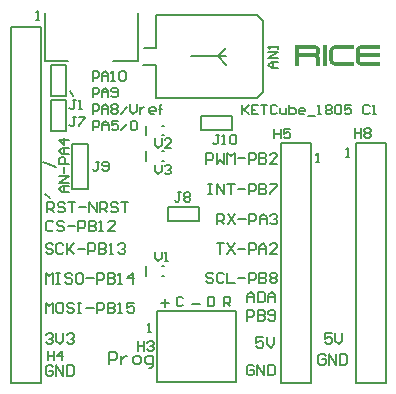
<source format=gbr>
%TF.GenerationSoftware,Altium Limited,Altium Designer,18.1.6 (161)*%
G04 Layer_Color=65535*
%FSLAX26Y26*%
%MOIN*%
%TF.FileFunction,Legend,Top*%
%TF.Part,Single*%
G01*
G75*
%TA.AperFunction,NonConductor*%
%ADD23C,0.007874*%
%ADD53C,0.005906*%
%ADD54C,0.008000*%
G36*
X1230605Y1115580D02*
X1169597D01*
X1169105Y1115482D01*
X1168514Y1115383D01*
X1167727Y1115088D01*
X1166940Y1114793D01*
X1166054Y1114301D01*
X1165169Y1113612D01*
X1165070Y1113514D01*
X1164874Y1113317D01*
X1164480Y1112923D01*
X1164086Y1112333D01*
X1163693Y1111742D01*
X1163299Y1110955D01*
X1163102Y1110168D01*
X1163004Y1109282D01*
Y1099836D01*
X1230605D01*
Y1087142D01*
X1163004D01*
Y1077598D01*
Y1077499D01*
Y1077302D01*
X1163102Y1077007D01*
Y1076614D01*
X1163398Y1075630D01*
X1163890Y1074547D01*
X1164283Y1073957D01*
X1164775Y1073465D01*
X1165267Y1072874D01*
X1165956Y1072481D01*
X1166842Y1072087D01*
X1167727Y1071792D01*
X1168810Y1071595D01*
X1170089Y1071497D01*
X1230605D01*
Y1059098D01*
X1169302D01*
X1168711Y1059197D01*
X1168022Y1059295D01*
X1167137Y1059394D01*
X1166251Y1059492D01*
X1165267Y1059787D01*
X1163004Y1060378D01*
X1160642Y1061263D01*
X1159462Y1061854D01*
X1158182Y1062542D01*
X1157100Y1063330D01*
X1155919Y1064215D01*
X1155821Y1064314D01*
X1155624Y1064412D01*
X1155329Y1064707D01*
X1155034Y1065199D01*
X1154542Y1065691D01*
X1154050Y1066282D01*
X1153558Y1067069D01*
X1152967Y1067856D01*
X1151885Y1069824D01*
X1150901Y1072087D01*
X1150606Y1073366D01*
X1150310Y1074646D01*
X1150114Y1076122D01*
X1150015Y1077598D01*
Y1109282D01*
Y1109381D01*
Y1109578D01*
Y1110070D01*
X1150114Y1110562D01*
X1150212Y1111250D01*
X1150310Y1112038D01*
X1150802Y1113809D01*
X1151491Y1115875D01*
X1151983Y1116958D01*
X1152574Y1118040D01*
X1153262Y1119122D01*
X1154148Y1120303D01*
X1155034Y1121287D01*
X1156116Y1122370D01*
X1156214Y1122468D01*
X1156411Y1122566D01*
X1156706Y1122862D01*
X1157198Y1123255D01*
X1157789Y1123649D01*
X1158478Y1124141D01*
X1159265Y1124633D01*
X1160150Y1125125D01*
X1162217Y1126109D01*
X1164578Y1126994D01*
X1167235Y1127683D01*
X1168613Y1127782D01*
X1170089Y1127880D01*
X1230605D01*
Y1115580D01*
D02*
G37*
G36*
X1143127D02*
X1082119D01*
X1081627Y1115482D01*
X1081037Y1115383D01*
X1080250Y1115088D01*
X1079462Y1114793D01*
X1078577Y1114301D01*
X1077691Y1113612D01*
X1077593Y1113514D01*
X1077396Y1113317D01*
X1077002Y1112923D01*
X1076609Y1112333D01*
X1076215Y1111742D01*
X1075822Y1110955D01*
X1075625Y1110168D01*
X1075526Y1109282D01*
Y1077598D01*
Y1077499D01*
Y1077302D01*
X1075625Y1077007D01*
Y1076614D01*
X1075920Y1075630D01*
X1076412Y1074547D01*
X1076806Y1073957D01*
X1077298Y1073465D01*
X1077790Y1072874D01*
X1078478Y1072481D01*
X1079364Y1072087D01*
X1080250Y1071792D01*
X1081332Y1071595D01*
X1082611Y1071497D01*
X1143127D01*
Y1059098D01*
X1081824D01*
X1081234Y1059197D01*
X1080545Y1059295D01*
X1079659Y1059394D01*
X1078774Y1059492D01*
X1077790Y1059787D01*
X1075526Y1060378D01*
X1073165Y1061263D01*
X1071984Y1061854D01*
X1070705Y1062542D01*
X1069622Y1063330D01*
X1068442Y1064215D01*
X1068343Y1064314D01*
X1068146Y1064412D01*
X1067851Y1064707D01*
X1067556Y1065199D01*
X1067064Y1065691D01*
X1066572Y1066282D01*
X1066080Y1067069D01*
X1065490Y1067856D01*
X1064407Y1069824D01*
X1063423Y1072087D01*
X1063128Y1073366D01*
X1062833Y1074646D01*
X1062636Y1076122D01*
X1062538Y1077598D01*
Y1109282D01*
Y1109381D01*
Y1109578D01*
Y1110070D01*
X1062636Y1110562D01*
X1062734Y1111250D01*
X1062833Y1112038D01*
X1063325Y1113809D01*
X1064014Y1115875D01*
X1064506Y1116958D01*
X1065096Y1118040D01*
X1065785Y1119122D01*
X1066670Y1120303D01*
X1067556Y1121287D01*
X1068638Y1122370D01*
X1068737Y1122468D01*
X1068934Y1122566D01*
X1069229Y1122862D01*
X1069721Y1123255D01*
X1070311Y1123649D01*
X1071000Y1124141D01*
X1071787Y1124633D01*
X1072673Y1125125D01*
X1074739Y1126109D01*
X1077101Y1126994D01*
X1079758Y1127683D01*
X1081135Y1127782D01*
X1082611Y1127880D01*
X1143127D01*
Y1115580D01*
D02*
G37*
G36*
X1054370Y1059098D02*
X1041382D01*
Y1127880D01*
X1054370D01*
Y1059098D01*
D02*
G37*
G36*
X1013239Y1127683D02*
X1014026Y1127585D01*
X1014814Y1127486D01*
X1015798Y1127388D01*
X1016782Y1127093D01*
X1019045Y1126502D01*
X1021406Y1125617D01*
X1022686Y1125026D01*
X1023866Y1124338D01*
X1025047Y1123452D01*
X1026130Y1122566D01*
X1026228Y1122468D01*
X1026425Y1122370D01*
X1026720Y1122074D01*
X1027015Y1121582D01*
X1027507Y1121090D01*
X1027999Y1120500D01*
X1028491Y1119811D01*
X1029082Y1118926D01*
X1030164Y1117056D01*
X1031148Y1114694D01*
X1031443Y1113415D01*
X1031738Y1112136D01*
X1031935Y1110660D01*
X1032034Y1109184D01*
Y1105543D01*
Y1105445D01*
Y1105248D01*
Y1104854D01*
X1031935Y1104362D01*
X1031837Y1103772D01*
X1031738Y1103083D01*
X1031443Y1101509D01*
X1030754Y1099639D01*
X1029869Y1097573D01*
X1029278Y1096490D01*
X1028590Y1095506D01*
X1027802Y1094424D01*
X1026917Y1093440D01*
X1027015Y1093342D01*
X1027114Y1093243D01*
X1027409Y1092948D01*
X1027704Y1092456D01*
X1028098Y1091964D01*
X1028491Y1091374D01*
X1029475Y1089898D01*
X1030459Y1088126D01*
X1031246Y1086060D01*
X1031837Y1083895D01*
X1031935Y1082616D01*
X1032034Y1081435D01*
Y1059098D01*
X1019045D01*
Y1081337D01*
Y1081435D01*
Y1081829D01*
X1018946Y1082321D01*
X1018750Y1082911D01*
X1018553Y1083600D01*
X1018159Y1084289D01*
X1017569Y1084978D01*
X1016880Y1085568D01*
X1016782Y1085666D01*
X1016486Y1085765D01*
X1016093Y1086060D01*
X1015404Y1086355D01*
X1014715Y1086552D01*
X1013830Y1086847D01*
X1012944Y1086946D01*
X1011862Y1087044D01*
X964826D01*
Y1099738D01*
X1012550D01*
X1012944Y1099836D01*
X1014125Y1100033D01*
X1015502Y1100426D01*
X1016782Y1101115D01*
X1017372Y1101607D01*
X1017962Y1102198D01*
X1018356Y1102788D01*
X1018750Y1103575D01*
X1018946Y1104461D01*
X1019045Y1105445D01*
Y1109184D01*
Y1109282D01*
Y1109479D01*
Y1109774D01*
X1018946Y1110168D01*
X1018651Y1111152D01*
X1018159Y1112333D01*
X1017766Y1112923D01*
X1017274Y1113514D01*
X1016683Y1114006D01*
X1015994Y1114498D01*
X1015207Y1114891D01*
X1014223Y1115186D01*
X1013141Y1115383D01*
X1011862Y1115482D01*
X960890D01*
Y1059098D01*
X948000D01*
Y1127782D01*
X1012649D01*
X1013239Y1127683D01*
D02*
G37*
D23*
X504809Y773423D02*
X512683D01*
X504809Y741927D02*
X512683D01*
X449691D02*
Y773423D01*
X424898Y1075000D02*
Y1235000D01*
X112898Y1075000D02*
Y1235000D01*
X504809Y390748D02*
X512683D01*
X504809Y359252D02*
X512683D01*
X449691D02*
Y390748D01*
X504809Y859423D02*
X512683D01*
X504809Y827927D02*
X512683D01*
X449691D02*
Y859423D01*
X199000Y975000D02*
X207000Y957000D01*
X107000Y737000D02*
X151000Y720209D01*
X115000Y630000D02*
X132000Y618000D01*
X112898Y1075000D02*
X190000D01*
X342008Y1074178D02*
X424898Y1075000D01*
X787874Y270277D02*
Y293892D01*
X799681Y305699D01*
X811488Y293892D01*
Y270277D01*
Y287988D01*
X787874D01*
X823296Y305699D02*
Y270277D01*
X841006D01*
X846910Y276181D01*
Y299796D01*
X841006Y305699D01*
X823296D01*
X858717Y270277D02*
Y293892D01*
X870524Y305699D01*
X882332Y293892D01*
Y270277D01*
Y287988D01*
X858717D01*
X787874Y208874D02*
Y244296D01*
X805585D01*
X811488Y238392D01*
Y226585D01*
X805585Y220681D01*
X787874D01*
X823296Y244296D02*
Y208874D01*
X841006D01*
X846910Y214778D01*
Y220681D01*
X841006Y226585D01*
X823296D01*
X841006D01*
X846910Y232488D01*
Y238392D01*
X841006Y244296D01*
X823296D01*
X858717Y214778D02*
X864621Y208874D01*
X876428D01*
X882332Y214778D01*
Y238392D01*
X876428Y244296D01*
X864621D01*
X858717Y238392D01*
Y232488D01*
X864621Y226585D01*
X882332D01*
X1148000Y850486D02*
Y819000D01*
Y834743D01*
X1168991D01*
Y850486D01*
Y819000D01*
X1179486Y845238D02*
X1184734Y850486D01*
X1195229D01*
X1200476Y845238D01*
Y839991D01*
X1195229Y834743D01*
X1200476Y829495D01*
Y824248D01*
X1195229Y819000D01*
X1184734D01*
X1179486Y824248D01*
Y829495D01*
X1184734Y834743D01*
X1179486Y839991D01*
Y845238D01*
X1184734Y834743D02*
X1195229D01*
X879000Y848486D02*
Y817000D01*
Y832743D01*
X899991D01*
Y848486D01*
Y817000D01*
X931476Y848486D02*
X910486D01*
Y832743D01*
X920981Y837991D01*
X926229D01*
X931476Y832743D01*
Y822248D01*
X926229Y817000D01*
X915734D01*
X910486Y822248D01*
X123000Y108486D02*
Y77000D01*
Y92743D01*
X143991D01*
Y108486D01*
Y77000D01*
X170229D02*
Y108486D01*
X154486Y92743D01*
X175476D01*
X424000Y140486D02*
Y109000D01*
Y124743D01*
X444991D01*
Y140486D01*
Y109000D01*
X455486Y135238D02*
X460734Y140486D01*
X471229D01*
X476476Y135238D01*
Y129991D01*
X471229Y124743D01*
X465981D01*
X471229D01*
X476476Y119495D01*
Y114248D01*
X471229Y109000D01*
X460734D01*
X455486Y114248D01*
X457008Y170000D02*
X467503D01*
X462256D01*
Y201486D01*
X457008Y196238D01*
X891000Y1052000D02*
X870009D01*
X859514Y1062495D01*
X870009Y1072991D01*
X891000D01*
X875257D01*
Y1052000D01*
X891000Y1083486D02*
X859514D01*
X891000Y1104476D01*
X859514D01*
X891000Y1114972D02*
Y1125467D01*
Y1120219D01*
X859514D01*
X864762Y1114972D01*
X294991Y739486D02*
X284495D01*
X289743D01*
Y713248D01*
X284495Y708000D01*
X279248D01*
X274000Y713248D01*
X305486D02*
X310734Y708000D01*
X321229D01*
X326476Y713248D01*
Y734238D01*
X321229Y739486D01*
X310734D01*
X305486Y734238D01*
Y728991D01*
X310734Y723743D01*
X326476D01*
X694991Y828486D02*
X684495D01*
X689743D01*
Y802248D01*
X684495Y797000D01*
X679248D01*
X674000Y802248D01*
X705486Y797000D02*
X715981D01*
X710734D01*
Y828486D01*
X705486Y823238D01*
X731724D02*
X736972Y828486D01*
X747467D01*
X752715Y823238D01*
Y802248D01*
X747467Y797000D01*
X736972D01*
X731724Y802248D01*
Y823238D01*
X482000Y728486D02*
Y707495D01*
X492495Y697000D01*
X502991Y707495D01*
Y728486D01*
X513486Y723238D02*
X518734Y728486D01*
X529229D01*
X534476Y723238D01*
Y717991D01*
X529229Y712743D01*
X523981D01*
X529229D01*
X534476Y707495D01*
Y702248D01*
X529229Y697000D01*
X518734D01*
X513486Y702248D01*
X482250Y439486D02*
Y418495D01*
X492745Y408000D01*
X503241Y418495D01*
Y439486D01*
X513736Y408000D02*
X524231D01*
X518984D01*
Y439486D01*
X513736Y434238D01*
X482000Y816486D02*
Y795495D01*
X492495Y785000D01*
X502991Y795495D01*
Y816486D01*
X534476Y785000D02*
X513486D01*
X534476Y805991D01*
Y811238D01*
X529229Y816486D01*
X518734D01*
X513486Y811238D01*
X216990Y945486D02*
X206495D01*
X211743D01*
Y919248D01*
X206495Y914000D01*
X201248D01*
X196000Y919248D01*
X227486Y914000D02*
X237981D01*
X232733D01*
Y945486D01*
X227486Y940238D01*
X216990Y888486D02*
X206495D01*
X211743D01*
Y862248D01*
X206495Y857000D01*
X201248D01*
X196000Y862248D01*
X227486Y888486D02*
X248476D01*
Y883238D01*
X227486Y862248D01*
Y857000D01*
X567991Y636486D02*
X557495D01*
X562743D01*
Y610248D01*
X557495Y605000D01*
X552248D01*
X547000Y610248D01*
X578486Y631238D02*
X583734Y636486D01*
X594229D01*
X599476Y631238D01*
Y625991D01*
X594229Y620743D01*
X599476Y615495D01*
Y610248D01*
X594229Y605000D01*
X583734D01*
X578486Y610248D01*
Y615495D01*
X583734Y620743D01*
X578486Y625991D01*
Y631238D01*
X583734Y620743D02*
X594229D01*
X711000Y257000D02*
Y288486D01*
X726743D01*
X731990Y283238D01*
Y272743D01*
X726743Y267495D01*
X711000D01*
X721495D02*
X731990Y257000D01*
X658500Y288486D02*
Y257000D01*
X674243D01*
X679490Y262248D01*
Y283238D01*
X674243Y288486D01*
X658500D01*
X574490Y283238D02*
X569243Y288486D01*
X558748D01*
X553500Y283238D01*
Y262248D01*
X558748Y257000D01*
X569243D01*
X574490Y262248D01*
X772000Y928486D02*
Y897000D01*
Y907495D01*
X792991Y928486D01*
X777248Y912743D01*
X792991Y897000D01*
X824476Y928486D02*
X803486D01*
Y897000D01*
X824476D01*
X803486Y912743D02*
X813981D01*
X834972Y928486D02*
X855962D01*
X845467D01*
Y897000D01*
X887448Y923238D02*
X882201Y928486D01*
X871705D01*
X866458Y923238D01*
Y902248D01*
X871705Y897000D01*
X882201D01*
X887448Y902248D01*
X897944Y917991D02*
Y902248D01*
X903191Y897000D01*
X918934D01*
Y917991D01*
X929429Y928486D02*
Y897000D01*
X945173D01*
X950420Y902248D01*
Y907495D01*
Y912743D01*
X945173Y917991D01*
X929429D01*
X976658Y897000D02*
X966163D01*
X960915Y902248D01*
Y912743D01*
X966163Y917991D01*
X976658D01*
X981906Y912743D01*
Y907495D01*
X960915D01*
X992401Y891752D02*
X1013392D01*
X1023887Y897000D02*
X1034382D01*
X1029135D01*
Y928486D01*
X1023887Y923238D01*
X1050126D02*
X1055373Y928486D01*
X1065869D01*
X1071116Y923238D01*
Y917991D01*
X1065869Y912743D01*
X1071116Y907495D01*
Y902248D01*
X1065869Y897000D01*
X1055373D01*
X1050126Y902248D01*
Y907495D01*
X1055373Y912743D01*
X1050126Y917991D01*
Y923238D01*
X1055373Y912743D02*
X1065869D01*
X1081611Y923238D02*
X1086859Y928486D01*
X1097354D01*
X1102602Y923238D01*
Y902248D01*
X1097354Y897000D01*
X1086859D01*
X1081611Y902248D01*
Y923238D01*
X1134088Y928486D02*
X1113097D01*
Y912743D01*
X1123593Y917991D01*
X1128840D01*
X1134088Y912743D01*
Y902248D01*
X1128840Y897000D01*
X1118345D01*
X1113097Y902248D01*
X1197060Y923238D02*
X1191812Y928486D01*
X1181317D01*
X1176069Y923238D01*
Y902248D01*
X1181317Y897000D01*
X1191812D01*
X1197060Y902248D01*
X1207555Y897000D02*
X1218050D01*
X1212803D01*
Y928486D01*
X1207555Y923238D01*
X606000Y265679D02*
X632238D01*
X501000Y267679D02*
X527238D01*
X514119Y280798D02*
Y254560D01*
X329000Y65000D02*
Y104357D01*
X348679D01*
X355238Y97798D01*
Y84679D01*
X348679Y78119D01*
X329000D01*
X368357Y91238D02*
Y65000D01*
Y78119D01*
X374917Y84679D01*
X381476Y91238D01*
X388036D01*
X414274Y65000D02*
X427394D01*
X433953Y71560D01*
Y84679D01*
X427394Y91238D01*
X414274D01*
X407715Y84679D01*
Y71560D01*
X414274Y65000D01*
X460191Y51881D02*
X466751D01*
X473310Y58440D01*
Y91238D01*
X453632D01*
X447072Y84679D01*
Y71560D01*
X453632Y65000D01*
X473310D01*
X675614Y363518D02*
X669711Y369422D01*
X657904D01*
X652000Y363518D01*
Y357614D01*
X657904Y351711D01*
X669711D01*
X675614Y345807D01*
Y339904D01*
X669711Y334000D01*
X657904D01*
X652000Y339904D01*
X711036Y363518D02*
X705132Y369422D01*
X693325D01*
X687422Y363518D01*
Y339904D01*
X693325Y334000D01*
X705132D01*
X711036Y339904D01*
X722843Y369422D02*
Y334000D01*
X746458D01*
X758265Y351711D02*
X781879D01*
X793686Y334000D02*
Y369422D01*
X811397D01*
X817301Y363518D01*
Y351711D01*
X811397Y345807D01*
X793686D01*
X829108Y369422D02*
Y334000D01*
X846819D01*
X852722Y339904D01*
Y345807D01*
X846819Y351711D01*
X829108D01*
X846819D01*
X852722Y357614D01*
Y363518D01*
X846819Y369422D01*
X829108D01*
X864530Y363518D02*
X870433Y369422D01*
X882240D01*
X888144Y363518D01*
Y357614D01*
X882240Y351711D01*
X888144Y345807D01*
Y339904D01*
X882240Y334000D01*
X870433D01*
X864530Y339904D01*
Y345807D01*
X870433Y351711D01*
X864530Y357614D01*
Y363518D01*
X870433Y351711D02*
X882240D01*
X121000Y570000D02*
Y605422D01*
X138711D01*
X144614Y599518D01*
Y587711D01*
X138711Y581807D01*
X121000D01*
X132807D02*
X144614Y570000D01*
X180036Y599518D02*
X174132Y605422D01*
X162325D01*
X156422Y599518D01*
Y593614D01*
X162325Y587711D01*
X174132D01*
X180036Y581807D01*
Y575904D01*
X174132Y570000D01*
X162325D01*
X156422Y575904D01*
X191843Y605422D02*
X215458D01*
X203650D01*
Y570000D01*
X227265Y587711D02*
X250879D01*
X262686Y570000D02*
Y605422D01*
X286301Y570000D01*
Y605422D01*
X298108Y570000D02*
Y605422D01*
X315819D01*
X321722Y599518D01*
Y587711D01*
X315819Y581807D01*
X298108D01*
X309915D02*
X321722Y570000D01*
X357144Y599518D02*
X351240Y605422D01*
X339433D01*
X333530Y599518D01*
Y593614D01*
X339433Y587711D01*
X351240D01*
X357144Y581807D01*
Y575904D01*
X351240Y570000D01*
X339433D01*
X333530Y575904D01*
X368951Y605422D02*
X392566D01*
X380758D01*
Y570000D01*
X193000Y638000D02*
X172009D01*
X161514Y648495D01*
X172009Y658991D01*
X193000D01*
X177257D01*
Y638000D01*
X193000Y669486D02*
X161514D01*
X193000Y690476D01*
X161514D01*
X177257Y700972D02*
Y721962D01*
X193000Y732458D02*
X161514D01*
Y748201D01*
X166762Y753448D01*
X177257D01*
X182505Y748201D01*
Y732458D01*
X193000Y763944D02*
X172009D01*
X161514Y774439D01*
X172009Y784934D01*
X193000D01*
X177257D01*
Y763944D01*
X193000Y811173D02*
X161514D01*
X177257Y795429D01*
Y816420D01*
X274000Y844000D02*
Y875486D01*
X289743D01*
X294991Y870238D01*
Y859743D01*
X289743Y854495D01*
X274000D01*
X305486Y844000D02*
Y864991D01*
X315981Y875486D01*
X326476Y864991D01*
Y844000D01*
Y859743D01*
X305486D01*
X357962Y875486D02*
X336972D01*
Y859743D01*
X347467Y864991D01*
X352715D01*
X357962Y859743D01*
Y849248D01*
X352715Y844000D01*
X342219D01*
X336972Y849248D01*
X368458Y844000D02*
X389448Y864991D01*
X399944Y870238D02*
X405191Y875486D01*
X415687D01*
X420934Y870238D01*
Y849248D01*
X415687Y844000D01*
X405191D01*
X399944Y849248D01*
Y870238D01*
X273000Y899000D02*
Y930486D01*
X288743D01*
X293991Y925238D01*
Y914743D01*
X288743Y909495D01*
X273000D01*
X304486Y899000D02*
Y919991D01*
X314981Y930486D01*
X325476Y919991D01*
Y899000D01*
Y914743D01*
X304486D01*
X335972Y925238D02*
X341219Y930486D01*
X351715D01*
X356962Y925238D01*
Y919991D01*
X351715Y914743D01*
X356962Y909495D01*
Y904248D01*
X351715Y899000D01*
X341219D01*
X335972Y904248D01*
Y909495D01*
X341219Y914743D01*
X335972Y919991D01*
Y925238D01*
X341219Y914743D02*
X351715D01*
X367458Y899000D02*
X388448Y919991D01*
X398944Y930486D02*
Y909495D01*
X409439Y899000D01*
X419934Y909495D01*
Y930486D01*
X430430Y919991D02*
Y899000D01*
Y909495D01*
X435677Y914743D01*
X440925Y919991D01*
X446173D01*
X477658Y899000D02*
X467163D01*
X461915Y904248D01*
Y914743D01*
X467163Y919991D01*
X477658D01*
X482906Y914743D01*
Y909495D01*
X461915D01*
X498649Y899000D02*
Y925238D01*
Y914743D01*
X493401D01*
X503897D01*
X498649D01*
Y925238D01*
X503897Y930486D01*
X273000Y954000D02*
Y985486D01*
X288743D01*
X293991Y980238D01*
Y969743D01*
X288743Y964495D01*
X273000D01*
X304486Y954000D02*
Y974991D01*
X314981Y985486D01*
X325476Y974991D01*
Y954000D01*
Y969743D01*
X304486D01*
X335972Y959248D02*
X341219Y954000D01*
X351715D01*
X356962Y959248D01*
Y980238D01*
X351715Y985486D01*
X341219D01*
X335972Y980238D01*
Y974991D01*
X341219Y969743D01*
X356962D01*
X273000Y1009000D02*
Y1040486D01*
X288743D01*
X293991Y1035238D01*
Y1024743D01*
X288743Y1019495D01*
X273000D01*
X304486Y1009000D02*
Y1029991D01*
X314981Y1040486D01*
X325476Y1029991D01*
Y1009000D01*
Y1024743D01*
X304486D01*
X335972Y1009000D02*
X346467D01*
X341219D01*
Y1040486D01*
X335972Y1035238D01*
X362210D02*
X367458Y1040486D01*
X377953D01*
X383201Y1035238D01*
Y1014248D01*
X377953Y1009000D01*
X367458D01*
X362210Y1014248D01*
Y1035238D01*
X142614Y536518D02*
X136711Y542422D01*
X124904D01*
X119000Y536518D01*
Y512904D01*
X124904Y507000D01*
X136711D01*
X142614Y512904D01*
X178036Y536518D02*
X172132Y542422D01*
X160325D01*
X154422Y536518D01*
Y530614D01*
X160325Y524711D01*
X172132D01*
X178036Y518807D01*
Y512904D01*
X172132Y507000D01*
X160325D01*
X154422Y512904D01*
X189843Y524711D02*
X213458D01*
X225265Y507000D02*
Y542422D01*
X242976D01*
X248879Y536518D01*
Y524711D01*
X242976Y518807D01*
X225265D01*
X260686Y542422D02*
Y507000D01*
X278397D01*
X284301Y512904D01*
Y518807D01*
X278397Y524711D01*
X260686D01*
X278397D01*
X284301Y530614D01*
Y536518D01*
X278397Y542422D01*
X260686D01*
X296108Y507000D02*
X307915D01*
X302012D01*
Y542422D01*
X296108Y536518D01*
X349240Y507000D02*
X325626D01*
X349240Y530614D01*
Y536518D01*
X343337Y542422D01*
X331530D01*
X325626Y536518D01*
X140614Y460518D02*
X134711Y466422D01*
X122904D01*
X117000Y460518D01*
Y454614D01*
X122904Y448711D01*
X134711D01*
X140614Y442807D01*
Y436904D01*
X134711Y431000D01*
X122904D01*
X117000Y436904D01*
X176036Y460518D02*
X170132Y466422D01*
X158325D01*
X152422Y460518D01*
Y436904D01*
X158325Y431000D01*
X170132D01*
X176036Y436904D01*
X187843Y466422D02*
Y431000D01*
Y442807D01*
X211458Y466422D01*
X193747Y448711D01*
X211458Y431000D01*
X223265Y448711D02*
X246879D01*
X258686Y431000D02*
Y466422D01*
X276397D01*
X282301Y460518D01*
Y448711D01*
X276397Y442807D01*
X258686D01*
X294108Y466422D02*
Y431000D01*
X311819D01*
X317722Y436904D01*
Y442807D01*
X311819Y448711D01*
X294108D01*
X311819D01*
X317722Y454614D01*
Y460518D01*
X311819Y466422D01*
X294108D01*
X329530Y431000D02*
X341337D01*
X335433D01*
Y466422D01*
X329530Y460518D01*
X359048D02*
X364951Y466422D01*
X376758D01*
X382662Y460518D01*
Y454614D01*
X376758Y448711D01*
X370855D01*
X376758D01*
X382662Y442807D01*
Y436904D01*
X376758Y431000D01*
X364951D01*
X359048Y436904D01*
X117000Y234000D02*
Y269422D01*
X128807Y257614D01*
X140614Y269422D01*
Y234000D01*
X170132Y269422D02*
X158325D01*
X152422Y263518D01*
Y239904D01*
X158325Y234000D01*
X170132D01*
X176036Y239904D01*
Y263518D01*
X170132Y269422D01*
X211458Y263518D02*
X205554Y269422D01*
X193747D01*
X187843Y263518D01*
Y257614D01*
X193747Y251711D01*
X205554D01*
X211458Y245807D01*
Y239904D01*
X205554Y234000D01*
X193747D01*
X187843Y239904D01*
X223265Y269422D02*
X235072D01*
X229168D01*
Y234000D01*
X223265D01*
X235072D01*
X252783Y251711D02*
X276397D01*
X288204Y234000D02*
Y269422D01*
X305915D01*
X311819Y263518D01*
Y251711D01*
X305915Y245807D01*
X288204D01*
X323626Y269422D02*
Y234000D01*
X341337D01*
X347240Y239904D01*
Y245807D01*
X341337Y251711D01*
X323626D01*
X341337D01*
X347240Y257614D01*
Y263518D01*
X341337Y269422D01*
X323626D01*
X359048Y234000D02*
X370855D01*
X364951D01*
Y269422D01*
X359048Y263518D01*
X412180Y269422D02*
X388566D01*
Y251711D01*
X400373Y257614D01*
X406276D01*
X412180Y251711D01*
Y239904D01*
X406276Y234000D01*
X394469D01*
X388566Y239904D01*
X117000Y333000D02*
Y368422D01*
X128807Y356614D01*
X140614Y368422D01*
Y333000D01*
X152422Y368422D02*
X164229D01*
X158325D01*
Y333000D01*
X152422D01*
X164229D01*
X205554Y362518D02*
X199650Y368422D01*
X187843D01*
X181940Y362518D01*
Y356614D01*
X187843Y350711D01*
X199650D01*
X205554Y344807D01*
Y338904D01*
X199650Y333000D01*
X187843D01*
X181940Y338904D01*
X235072Y368422D02*
X223265D01*
X217361Y362518D01*
Y338904D01*
X223265Y333000D01*
X235072D01*
X240976Y338904D01*
Y362518D01*
X235072Y368422D01*
X252783Y350711D02*
X276397D01*
X288204Y333000D02*
Y368422D01*
X305915D01*
X311819Y362518D01*
Y350711D01*
X305915Y344807D01*
X288204D01*
X323626Y368422D02*
Y333000D01*
X341337D01*
X347240Y338904D01*
Y344807D01*
X341337Y350711D01*
X323626D01*
X341337D01*
X347240Y356614D01*
Y362518D01*
X341337Y368422D01*
X323626D01*
X359048Y333000D02*
X370855D01*
X364951D01*
Y368422D01*
X359048Y362518D01*
X406276Y333000D02*
Y368422D01*
X388566Y350711D01*
X412180D01*
X657904Y665429D02*
X669711D01*
X663807D01*
Y630008D01*
X657904D01*
X669711D01*
X687422D02*
Y665429D01*
X711036Y630008D01*
Y665429D01*
X722843D02*
X746458D01*
X734650D01*
Y630008D01*
X758265Y647718D02*
X781879D01*
X793686Y630008D02*
Y665429D01*
X811397D01*
X817301Y659526D01*
Y647718D01*
X811397Y641815D01*
X793686D01*
X829108Y665429D02*
Y630008D01*
X846819D01*
X852722Y635911D01*
Y641815D01*
X846819Y647718D01*
X829108D01*
X846819D01*
X852722Y653622D01*
Y659526D01*
X846819Y665429D01*
X829108D01*
X864530D02*
X888144D01*
Y659526D01*
X864530Y635911D01*
Y630008D01*
X652000Y733000D02*
Y768422D01*
X669711D01*
X675614Y762518D01*
Y750711D01*
X669711Y744807D01*
X652000D01*
X687422Y768422D02*
Y733000D01*
X699229Y744807D01*
X711036Y733000D01*
Y768422D01*
X722843Y733000D02*
Y768422D01*
X734650Y756614D01*
X746458Y768422D01*
Y733000D01*
X758265Y750711D02*
X781879D01*
X793686Y733000D02*
Y768422D01*
X811397D01*
X817301Y762518D01*
Y750711D01*
X811397Y744807D01*
X793686D01*
X829108Y768422D02*
Y733000D01*
X846819D01*
X852722Y738904D01*
Y744807D01*
X846819Y750711D01*
X829108D01*
X846819D01*
X852722Y756614D01*
Y762518D01*
X846819Y768422D01*
X829108D01*
X888144Y733000D02*
X864530D01*
X888144Y756614D01*
Y762518D01*
X882240Y768422D01*
X870433D01*
X864530Y762518D01*
X688422Y530000D02*
Y565422D01*
X706132D01*
X712036Y559518D01*
Y547711D01*
X706132Y541807D01*
X688422D01*
X700229D02*
X712036Y530000D01*
X723843Y565422D02*
X747458Y530000D01*
Y565422D02*
X723843Y530000D01*
X759265Y547711D02*
X782879D01*
X794686Y530000D02*
Y565422D01*
X812397D01*
X818301Y559518D01*
Y547711D01*
X812397Y541807D01*
X794686D01*
X830108Y530000D02*
Y553614D01*
X841915Y565422D01*
X853722Y553614D01*
Y530000D01*
Y547711D01*
X830108D01*
X865530Y559518D02*
X871433Y565422D01*
X883240D01*
X889144Y559518D01*
Y553614D01*
X883240Y547711D01*
X877337D01*
X883240D01*
X889144Y541807D01*
Y535904D01*
X883240Y530000D01*
X871433D01*
X865530Y535904D01*
X687422Y467422D02*
X711036D01*
X699229D01*
Y432000D01*
X722843Y467422D02*
X746458Y432000D01*
Y467422D02*
X722843Y432000D01*
X758265Y449711D02*
X781879D01*
X793686Y432000D02*
Y467422D01*
X811397D01*
X817301Y461518D01*
Y449711D01*
X811397Y443807D01*
X793686D01*
X829108Y432000D02*
Y455614D01*
X840915Y467422D01*
X852722Y455614D01*
Y432000D01*
Y449711D01*
X829108D01*
X888144Y432000D02*
X864530D01*
X888144Y455614D01*
Y461518D01*
X882240Y467422D01*
X870433D01*
X864530Y461518D01*
X810614Y56518D02*
X804711Y62422D01*
X792904D01*
X787000Y56518D01*
Y32904D01*
X792904Y27000D01*
X804711D01*
X810614Y32904D01*
Y44711D01*
X798807D01*
X822422Y27000D02*
Y62422D01*
X846036Y27000D01*
Y62422D01*
X857843D02*
Y27000D01*
X875554D01*
X881458Y32904D01*
Y56518D01*
X875554Y62422D01*
X857843D01*
X1070614Y166422D02*
X1047000D01*
Y148711D01*
X1058807Y154614D01*
X1064711D01*
X1070614Y148711D01*
Y136904D01*
X1064711Y131000D01*
X1052904D01*
X1047000Y136904D01*
X1082422Y166422D02*
Y142807D01*
X1094229Y131000D01*
X1106036Y142807D01*
Y166422D01*
X117000Y160518D02*
X122904Y166422D01*
X134711D01*
X140614Y160518D01*
Y154614D01*
X134711Y148711D01*
X128807D01*
X134711D01*
X140614Y142807D01*
Y136904D01*
X134711Y131000D01*
X122904D01*
X117000Y136904D01*
X152422Y166422D02*
Y142807D01*
X164229Y131000D01*
X176036Y142807D01*
Y166422D01*
X187843Y160518D02*
X193747Y166422D01*
X205554D01*
X211458Y160518D01*
Y154614D01*
X205554Y148711D01*
X199650D01*
X205554D01*
X211458Y142807D01*
Y136904D01*
X205554Y131000D01*
X193747D01*
X187843Y136904D01*
X140614Y54518D02*
X134711Y60422D01*
X122904D01*
X117000Y54518D01*
Y30904D01*
X122904Y25000D01*
X134711D01*
X140614Y30904D01*
Y42711D01*
X128807D01*
X152422Y25000D02*
Y60422D01*
X176036Y25000D01*
Y60422D01*
X187843D02*
Y25000D01*
X205554D01*
X211458Y30904D01*
Y54518D01*
X205554Y60422D01*
X187843D01*
X842614Y153422D02*
X819000D01*
Y135711D01*
X830807Y141614D01*
X836711D01*
X842614Y135711D01*
Y123904D01*
X836711Y118000D01*
X824904D01*
X819000Y123904D01*
X854422Y153422D02*
Y129807D01*
X866229Y118000D01*
X878036Y129807D01*
Y153422D01*
X1049614Y92518D02*
X1043711Y98422D01*
X1031904D01*
X1026000Y92518D01*
Y68904D01*
X1031904Y63000D01*
X1043711D01*
X1049614Y68904D01*
Y80711D01*
X1037807D01*
X1061422Y63000D02*
Y98422D01*
X1085036Y63000D01*
Y98422D01*
X1096843D02*
Y63000D01*
X1114554D01*
X1120458Y68904D01*
Y92518D01*
X1114554Y98422D01*
X1096843D01*
D53*
X750000Y4000D02*
Y242000D01*
X489000D02*
X750000D01*
X489000Y4000D02*
X750000D01*
X489000D02*
Y242000D01*
X203441Y648197D02*
Y797803D01*
X258559D01*
Y648197D02*
Y797803D01*
X203441Y648197D02*
X258559D01*
X635000Y845000D02*
X739000D01*
Y893000D01*
X635000D02*
X739000D01*
X635000Y845000D02*
Y893000D01*
X135000Y958000D02*
Y1062000D01*
Y958000D02*
X183000D01*
Y1062000D01*
X135000D02*
X183000D01*
X135000Y841000D02*
X183000D01*
X135000D02*
Y945000D01*
X183000D01*
Y841000D02*
Y945000D01*
X524000Y541000D02*
X628000D01*
Y589000D01*
X524000D02*
X628000D01*
X524000Y541000D02*
Y589000D01*
D54*
X1250000Y0D02*
Y800000D01*
X1150000Y799997D02*
X1250000Y800000D01*
X1150000Y0D02*
X1250000D01*
X1150000D02*
Y800000D01*
X1000000Y0D02*
Y800000D01*
X900000Y799997D02*
X1000000Y800000D01*
X900000Y0D02*
X1000000D01*
X900000D02*
Y800000D01*
X99997Y3D02*
Y1188001D01*
X-3Y1187998D02*
X99997Y1188001D01*
X-3Y3D02*
X99997D01*
X-3D02*
Y1187998D01*
X820181Y1227795D02*
X839866Y1208110D01*
X599709Y1090000D02*
X717819D01*
X839866Y971890D02*
Y1208110D01*
X820181Y952205D02*
X839866Y971890D01*
X690260Y1090000D02*
X717819Y1062441D01*
X690260Y1090000D02*
X717819Y1117559D01*
X485535Y1227795D02*
X820181D01*
X485535Y1119528D02*
Y1227795D01*
X445000Y1119528D02*
X485535D01*
Y952205D02*
X820181D01*
X485535D02*
Y1060472D01*
X442000D02*
X485535D01*
X1119000Y756000D02*
X1128997D01*
X1123998D01*
Y785990D01*
X1119000Y780992D01*
X1019000Y738000D02*
X1028997D01*
X1023998D01*
Y767990D01*
X1019000Y762992D01*
X85000Y1212000D02*
X94997D01*
X89998D01*
Y1241990D01*
X85000Y1236992D01*
%TF.MD5,ad293c693712ab427309c0ad7a41d6e2*%
M02*

</source>
